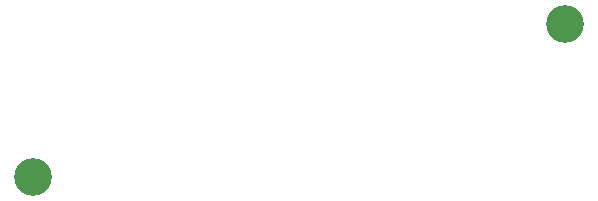
<source format=gbr>
%TF.GenerationSoftware,KiCad,Pcbnew,8.0.4*%
%TF.CreationDate,2024-08-21T00:11:00-04:00*%
%TF.ProjectId,Drone_Motherboard,44726f6e-655f-44d6-9f74-686572626f61,rev?*%
%TF.SameCoordinates,Original*%
%TF.FileFunction,NonPlated,1,2,NPTH,Drill*%
%TF.FilePolarity,Positive*%
%FSLAX46Y46*%
G04 Gerber Fmt 4.6, Leading zero omitted, Abs format (unit mm)*
G04 Created by KiCad (PCBNEW 8.0.4) date 2024-08-21 00:11:00*
%MOMM*%
%LPD*%
G01*
G04 APERTURE LIST*
%TA.AperFunction,ComponentDrill*%
%ADD10C,3.200000*%
%TD*%
G04 APERTURE END LIST*
D10*
%TO.C,H2*%
X116700000Y-126900000D03*
%TO.C,H1*%
X161700000Y-113900000D03*
M02*

</source>
